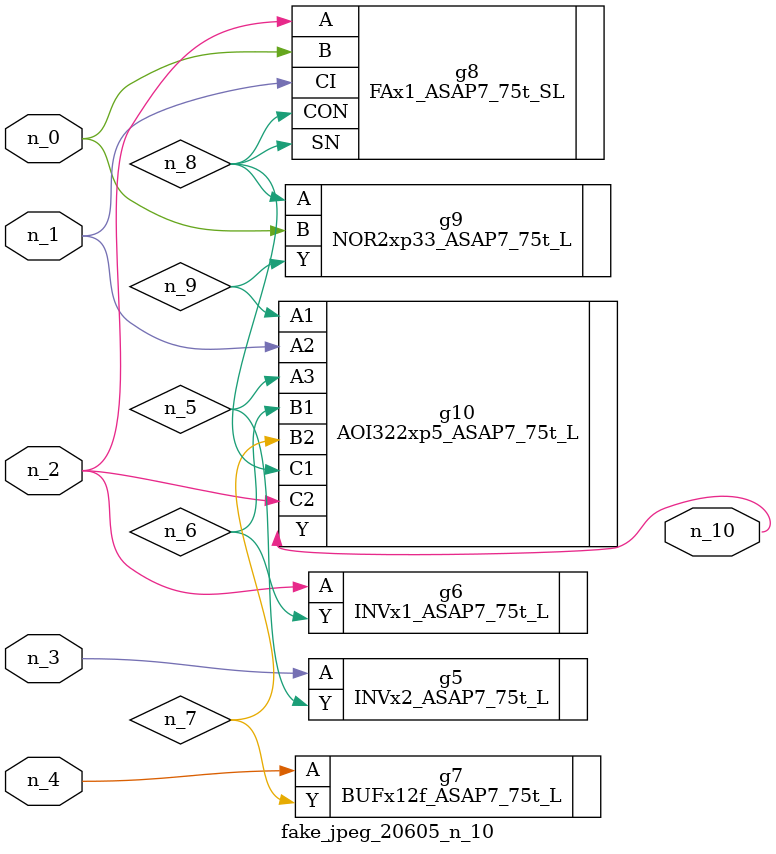
<source format=v>
module fake_jpeg_20605_n_10 (n_3, n_2, n_1, n_0, n_4, n_10);

input n_3;
input n_2;
input n_1;
input n_0;
input n_4;

output n_10;

wire n_8;
wire n_9;
wire n_6;
wire n_5;
wire n_7;

INVx2_ASAP7_75t_L g5 ( 
.A(n_3),
.Y(n_5)
);

INVx1_ASAP7_75t_L g6 ( 
.A(n_2),
.Y(n_6)
);

BUFx12f_ASAP7_75t_L g7 ( 
.A(n_4),
.Y(n_7)
);

FAx1_ASAP7_75t_SL g8 ( 
.A(n_2),
.B(n_0),
.CI(n_1),
.CON(n_8),
.SN(n_8)
);

NOR2xp33_ASAP7_75t_L g9 ( 
.A(n_8),
.B(n_0),
.Y(n_9)
);

AOI322xp5_ASAP7_75t_L g10 ( 
.A1(n_9),
.A2(n_1),
.A3(n_5),
.B1(n_6),
.B2(n_7),
.C1(n_8),
.C2(n_2),
.Y(n_10)
);


endmodule
</source>
